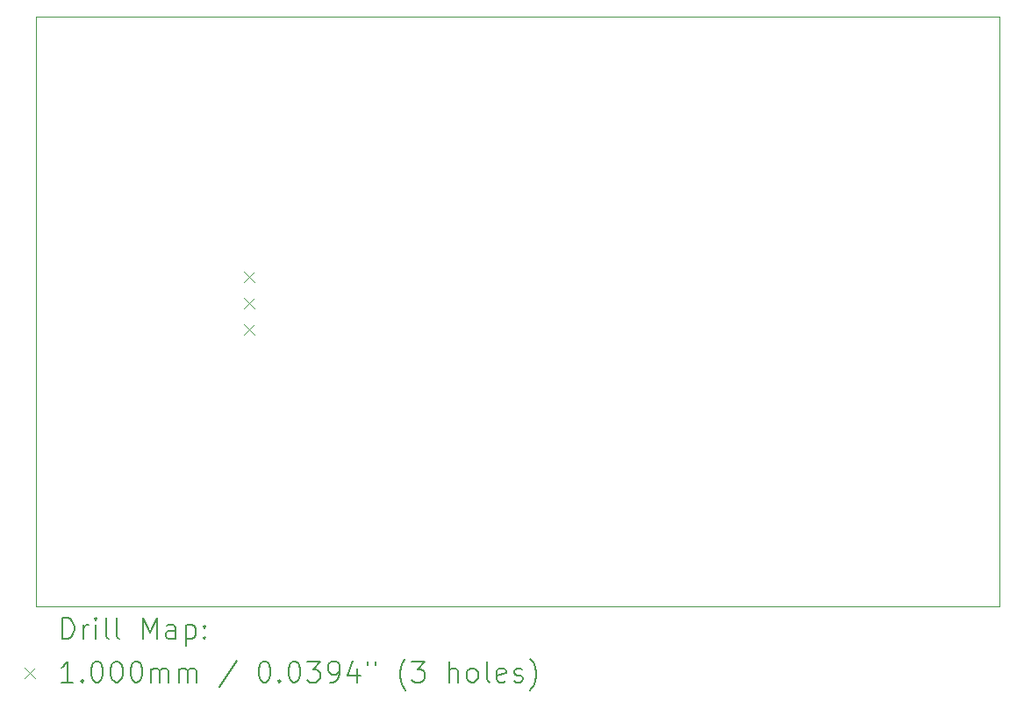
<source format=gbr>
%TF.GenerationSoftware,KiCad,Pcbnew,7.0.5*%
%TF.CreationDate,2024-01-22T10:55:23-05:00*%
%TF.ProjectId,PrawnBlaster_Connectorized_smaller,50726177-6e42-46c6-9173-7465725f436f,rev?*%
%TF.SameCoordinates,Original*%
%TF.FileFunction,Drillmap*%
%TF.FilePolarity,Positive*%
%FSLAX45Y45*%
G04 Gerber Fmt 4.5, Leading zero omitted, Abs format (unit mm)*
G04 Created by KiCad (PCBNEW 7.0.5) date 2024-01-22 10:55:23*
%MOMM*%
%LPD*%
G01*
G04 APERTURE LIST*
%ADD10C,0.100000*%
%ADD11C,0.200000*%
G04 APERTURE END LIST*
D10*
X8177520Y-5778500D02*
X17477520Y-5778500D01*
X17477520Y-11469740D01*
X8177520Y-11469740D01*
X8177520Y-5778500D01*
D11*
D10*
X10188000Y-8238500D02*
X10288000Y-8338500D01*
X10288000Y-8238500D02*
X10188000Y-8338500D01*
X10188000Y-8492500D02*
X10288000Y-8592500D01*
X10288000Y-8492500D02*
X10188000Y-8592500D01*
X10188000Y-8746500D02*
X10288000Y-8846500D01*
X10288000Y-8746500D02*
X10188000Y-8846500D01*
D11*
X8433297Y-11786224D02*
X8433297Y-11586224D01*
X8433297Y-11586224D02*
X8480916Y-11586224D01*
X8480916Y-11586224D02*
X8509487Y-11595748D01*
X8509487Y-11595748D02*
X8528535Y-11614795D01*
X8528535Y-11614795D02*
X8538059Y-11633843D01*
X8538059Y-11633843D02*
X8547583Y-11671938D01*
X8547583Y-11671938D02*
X8547583Y-11700509D01*
X8547583Y-11700509D02*
X8538059Y-11738605D01*
X8538059Y-11738605D02*
X8528535Y-11757652D01*
X8528535Y-11757652D02*
X8509487Y-11776700D01*
X8509487Y-11776700D02*
X8480916Y-11786224D01*
X8480916Y-11786224D02*
X8433297Y-11786224D01*
X8633297Y-11786224D02*
X8633297Y-11652890D01*
X8633297Y-11690986D02*
X8642821Y-11671938D01*
X8642821Y-11671938D02*
X8652344Y-11662414D01*
X8652344Y-11662414D02*
X8671392Y-11652890D01*
X8671392Y-11652890D02*
X8690440Y-11652890D01*
X8757106Y-11786224D02*
X8757106Y-11652890D01*
X8757106Y-11586224D02*
X8747583Y-11595748D01*
X8747583Y-11595748D02*
X8757106Y-11605271D01*
X8757106Y-11605271D02*
X8766630Y-11595748D01*
X8766630Y-11595748D02*
X8757106Y-11586224D01*
X8757106Y-11586224D02*
X8757106Y-11605271D01*
X8880916Y-11786224D02*
X8861868Y-11776700D01*
X8861868Y-11776700D02*
X8852344Y-11757652D01*
X8852344Y-11757652D02*
X8852344Y-11586224D01*
X8985678Y-11786224D02*
X8966630Y-11776700D01*
X8966630Y-11776700D02*
X8957106Y-11757652D01*
X8957106Y-11757652D02*
X8957106Y-11586224D01*
X9214249Y-11786224D02*
X9214249Y-11586224D01*
X9214249Y-11586224D02*
X9280916Y-11729081D01*
X9280916Y-11729081D02*
X9347583Y-11586224D01*
X9347583Y-11586224D02*
X9347583Y-11786224D01*
X9528535Y-11786224D02*
X9528535Y-11681462D01*
X9528535Y-11681462D02*
X9519011Y-11662414D01*
X9519011Y-11662414D02*
X9499964Y-11652890D01*
X9499964Y-11652890D02*
X9461868Y-11652890D01*
X9461868Y-11652890D02*
X9442821Y-11662414D01*
X9528535Y-11776700D02*
X9509487Y-11786224D01*
X9509487Y-11786224D02*
X9461868Y-11786224D01*
X9461868Y-11786224D02*
X9442821Y-11776700D01*
X9442821Y-11776700D02*
X9433297Y-11757652D01*
X9433297Y-11757652D02*
X9433297Y-11738605D01*
X9433297Y-11738605D02*
X9442821Y-11719557D01*
X9442821Y-11719557D02*
X9461868Y-11710033D01*
X9461868Y-11710033D02*
X9509487Y-11710033D01*
X9509487Y-11710033D02*
X9528535Y-11700509D01*
X9623773Y-11652890D02*
X9623773Y-11852890D01*
X9623773Y-11662414D02*
X9642821Y-11652890D01*
X9642821Y-11652890D02*
X9680916Y-11652890D01*
X9680916Y-11652890D02*
X9699964Y-11662414D01*
X9699964Y-11662414D02*
X9709487Y-11671938D01*
X9709487Y-11671938D02*
X9719011Y-11690986D01*
X9719011Y-11690986D02*
X9719011Y-11748128D01*
X9719011Y-11748128D02*
X9709487Y-11767176D01*
X9709487Y-11767176D02*
X9699964Y-11776700D01*
X9699964Y-11776700D02*
X9680916Y-11786224D01*
X9680916Y-11786224D02*
X9642821Y-11786224D01*
X9642821Y-11786224D02*
X9623773Y-11776700D01*
X9804725Y-11767176D02*
X9814249Y-11776700D01*
X9814249Y-11776700D02*
X9804725Y-11786224D01*
X9804725Y-11786224D02*
X9795202Y-11776700D01*
X9795202Y-11776700D02*
X9804725Y-11767176D01*
X9804725Y-11767176D02*
X9804725Y-11786224D01*
X9804725Y-11662414D02*
X9814249Y-11671938D01*
X9814249Y-11671938D02*
X9804725Y-11681462D01*
X9804725Y-11681462D02*
X9795202Y-11671938D01*
X9795202Y-11671938D02*
X9804725Y-11662414D01*
X9804725Y-11662414D02*
X9804725Y-11681462D01*
D10*
X8072520Y-12064740D02*
X8172520Y-12164740D01*
X8172520Y-12064740D02*
X8072520Y-12164740D01*
D11*
X8538059Y-12206224D02*
X8423773Y-12206224D01*
X8480916Y-12206224D02*
X8480916Y-12006224D01*
X8480916Y-12006224D02*
X8461868Y-12034795D01*
X8461868Y-12034795D02*
X8442821Y-12053843D01*
X8442821Y-12053843D02*
X8423773Y-12063367D01*
X8623773Y-12187176D02*
X8633297Y-12196700D01*
X8633297Y-12196700D02*
X8623773Y-12206224D01*
X8623773Y-12206224D02*
X8614249Y-12196700D01*
X8614249Y-12196700D02*
X8623773Y-12187176D01*
X8623773Y-12187176D02*
X8623773Y-12206224D01*
X8757106Y-12006224D02*
X8776154Y-12006224D01*
X8776154Y-12006224D02*
X8795202Y-12015748D01*
X8795202Y-12015748D02*
X8804725Y-12025271D01*
X8804725Y-12025271D02*
X8814249Y-12044319D01*
X8814249Y-12044319D02*
X8823773Y-12082414D01*
X8823773Y-12082414D02*
X8823773Y-12130033D01*
X8823773Y-12130033D02*
X8814249Y-12168128D01*
X8814249Y-12168128D02*
X8804725Y-12187176D01*
X8804725Y-12187176D02*
X8795202Y-12196700D01*
X8795202Y-12196700D02*
X8776154Y-12206224D01*
X8776154Y-12206224D02*
X8757106Y-12206224D01*
X8757106Y-12206224D02*
X8738059Y-12196700D01*
X8738059Y-12196700D02*
X8728535Y-12187176D01*
X8728535Y-12187176D02*
X8719011Y-12168128D01*
X8719011Y-12168128D02*
X8709487Y-12130033D01*
X8709487Y-12130033D02*
X8709487Y-12082414D01*
X8709487Y-12082414D02*
X8719011Y-12044319D01*
X8719011Y-12044319D02*
X8728535Y-12025271D01*
X8728535Y-12025271D02*
X8738059Y-12015748D01*
X8738059Y-12015748D02*
X8757106Y-12006224D01*
X8947583Y-12006224D02*
X8966630Y-12006224D01*
X8966630Y-12006224D02*
X8985678Y-12015748D01*
X8985678Y-12015748D02*
X8995202Y-12025271D01*
X8995202Y-12025271D02*
X9004725Y-12044319D01*
X9004725Y-12044319D02*
X9014249Y-12082414D01*
X9014249Y-12082414D02*
X9014249Y-12130033D01*
X9014249Y-12130033D02*
X9004725Y-12168128D01*
X9004725Y-12168128D02*
X8995202Y-12187176D01*
X8995202Y-12187176D02*
X8985678Y-12196700D01*
X8985678Y-12196700D02*
X8966630Y-12206224D01*
X8966630Y-12206224D02*
X8947583Y-12206224D01*
X8947583Y-12206224D02*
X8928535Y-12196700D01*
X8928535Y-12196700D02*
X8919011Y-12187176D01*
X8919011Y-12187176D02*
X8909487Y-12168128D01*
X8909487Y-12168128D02*
X8899964Y-12130033D01*
X8899964Y-12130033D02*
X8899964Y-12082414D01*
X8899964Y-12082414D02*
X8909487Y-12044319D01*
X8909487Y-12044319D02*
X8919011Y-12025271D01*
X8919011Y-12025271D02*
X8928535Y-12015748D01*
X8928535Y-12015748D02*
X8947583Y-12006224D01*
X9138059Y-12006224D02*
X9157106Y-12006224D01*
X9157106Y-12006224D02*
X9176154Y-12015748D01*
X9176154Y-12015748D02*
X9185678Y-12025271D01*
X9185678Y-12025271D02*
X9195202Y-12044319D01*
X9195202Y-12044319D02*
X9204725Y-12082414D01*
X9204725Y-12082414D02*
X9204725Y-12130033D01*
X9204725Y-12130033D02*
X9195202Y-12168128D01*
X9195202Y-12168128D02*
X9185678Y-12187176D01*
X9185678Y-12187176D02*
X9176154Y-12196700D01*
X9176154Y-12196700D02*
X9157106Y-12206224D01*
X9157106Y-12206224D02*
X9138059Y-12206224D01*
X9138059Y-12206224D02*
X9119011Y-12196700D01*
X9119011Y-12196700D02*
X9109487Y-12187176D01*
X9109487Y-12187176D02*
X9099964Y-12168128D01*
X9099964Y-12168128D02*
X9090440Y-12130033D01*
X9090440Y-12130033D02*
X9090440Y-12082414D01*
X9090440Y-12082414D02*
X9099964Y-12044319D01*
X9099964Y-12044319D02*
X9109487Y-12025271D01*
X9109487Y-12025271D02*
X9119011Y-12015748D01*
X9119011Y-12015748D02*
X9138059Y-12006224D01*
X9290440Y-12206224D02*
X9290440Y-12072890D01*
X9290440Y-12091938D02*
X9299964Y-12082414D01*
X9299964Y-12082414D02*
X9319011Y-12072890D01*
X9319011Y-12072890D02*
X9347583Y-12072890D01*
X9347583Y-12072890D02*
X9366630Y-12082414D01*
X9366630Y-12082414D02*
X9376154Y-12101462D01*
X9376154Y-12101462D02*
X9376154Y-12206224D01*
X9376154Y-12101462D02*
X9385678Y-12082414D01*
X9385678Y-12082414D02*
X9404725Y-12072890D01*
X9404725Y-12072890D02*
X9433297Y-12072890D01*
X9433297Y-12072890D02*
X9452345Y-12082414D01*
X9452345Y-12082414D02*
X9461868Y-12101462D01*
X9461868Y-12101462D02*
X9461868Y-12206224D01*
X9557106Y-12206224D02*
X9557106Y-12072890D01*
X9557106Y-12091938D02*
X9566630Y-12082414D01*
X9566630Y-12082414D02*
X9585678Y-12072890D01*
X9585678Y-12072890D02*
X9614249Y-12072890D01*
X9614249Y-12072890D02*
X9633297Y-12082414D01*
X9633297Y-12082414D02*
X9642821Y-12101462D01*
X9642821Y-12101462D02*
X9642821Y-12206224D01*
X9642821Y-12101462D02*
X9652345Y-12082414D01*
X9652345Y-12082414D02*
X9671392Y-12072890D01*
X9671392Y-12072890D02*
X9699964Y-12072890D01*
X9699964Y-12072890D02*
X9719011Y-12082414D01*
X9719011Y-12082414D02*
X9728535Y-12101462D01*
X9728535Y-12101462D02*
X9728535Y-12206224D01*
X10119011Y-11996700D02*
X9947583Y-12253843D01*
X10376154Y-12006224D02*
X10395202Y-12006224D01*
X10395202Y-12006224D02*
X10414249Y-12015748D01*
X10414249Y-12015748D02*
X10423773Y-12025271D01*
X10423773Y-12025271D02*
X10433297Y-12044319D01*
X10433297Y-12044319D02*
X10442821Y-12082414D01*
X10442821Y-12082414D02*
X10442821Y-12130033D01*
X10442821Y-12130033D02*
X10433297Y-12168128D01*
X10433297Y-12168128D02*
X10423773Y-12187176D01*
X10423773Y-12187176D02*
X10414249Y-12196700D01*
X10414249Y-12196700D02*
X10395202Y-12206224D01*
X10395202Y-12206224D02*
X10376154Y-12206224D01*
X10376154Y-12206224D02*
X10357107Y-12196700D01*
X10357107Y-12196700D02*
X10347583Y-12187176D01*
X10347583Y-12187176D02*
X10338059Y-12168128D01*
X10338059Y-12168128D02*
X10328535Y-12130033D01*
X10328535Y-12130033D02*
X10328535Y-12082414D01*
X10328535Y-12082414D02*
X10338059Y-12044319D01*
X10338059Y-12044319D02*
X10347583Y-12025271D01*
X10347583Y-12025271D02*
X10357107Y-12015748D01*
X10357107Y-12015748D02*
X10376154Y-12006224D01*
X10528535Y-12187176D02*
X10538059Y-12196700D01*
X10538059Y-12196700D02*
X10528535Y-12206224D01*
X10528535Y-12206224D02*
X10519011Y-12196700D01*
X10519011Y-12196700D02*
X10528535Y-12187176D01*
X10528535Y-12187176D02*
X10528535Y-12206224D01*
X10661868Y-12006224D02*
X10680916Y-12006224D01*
X10680916Y-12006224D02*
X10699964Y-12015748D01*
X10699964Y-12015748D02*
X10709488Y-12025271D01*
X10709488Y-12025271D02*
X10719011Y-12044319D01*
X10719011Y-12044319D02*
X10728535Y-12082414D01*
X10728535Y-12082414D02*
X10728535Y-12130033D01*
X10728535Y-12130033D02*
X10719011Y-12168128D01*
X10719011Y-12168128D02*
X10709488Y-12187176D01*
X10709488Y-12187176D02*
X10699964Y-12196700D01*
X10699964Y-12196700D02*
X10680916Y-12206224D01*
X10680916Y-12206224D02*
X10661868Y-12206224D01*
X10661868Y-12206224D02*
X10642821Y-12196700D01*
X10642821Y-12196700D02*
X10633297Y-12187176D01*
X10633297Y-12187176D02*
X10623773Y-12168128D01*
X10623773Y-12168128D02*
X10614249Y-12130033D01*
X10614249Y-12130033D02*
X10614249Y-12082414D01*
X10614249Y-12082414D02*
X10623773Y-12044319D01*
X10623773Y-12044319D02*
X10633297Y-12025271D01*
X10633297Y-12025271D02*
X10642821Y-12015748D01*
X10642821Y-12015748D02*
X10661868Y-12006224D01*
X10795202Y-12006224D02*
X10919011Y-12006224D01*
X10919011Y-12006224D02*
X10852345Y-12082414D01*
X10852345Y-12082414D02*
X10880916Y-12082414D01*
X10880916Y-12082414D02*
X10899964Y-12091938D01*
X10899964Y-12091938D02*
X10909488Y-12101462D01*
X10909488Y-12101462D02*
X10919011Y-12120509D01*
X10919011Y-12120509D02*
X10919011Y-12168128D01*
X10919011Y-12168128D02*
X10909488Y-12187176D01*
X10909488Y-12187176D02*
X10899964Y-12196700D01*
X10899964Y-12196700D02*
X10880916Y-12206224D01*
X10880916Y-12206224D02*
X10823773Y-12206224D01*
X10823773Y-12206224D02*
X10804726Y-12196700D01*
X10804726Y-12196700D02*
X10795202Y-12187176D01*
X11014249Y-12206224D02*
X11052345Y-12206224D01*
X11052345Y-12206224D02*
X11071392Y-12196700D01*
X11071392Y-12196700D02*
X11080916Y-12187176D01*
X11080916Y-12187176D02*
X11099964Y-12158605D01*
X11099964Y-12158605D02*
X11109488Y-12120509D01*
X11109488Y-12120509D02*
X11109488Y-12044319D01*
X11109488Y-12044319D02*
X11099964Y-12025271D01*
X11099964Y-12025271D02*
X11090440Y-12015748D01*
X11090440Y-12015748D02*
X11071392Y-12006224D01*
X11071392Y-12006224D02*
X11033297Y-12006224D01*
X11033297Y-12006224D02*
X11014249Y-12015748D01*
X11014249Y-12015748D02*
X11004726Y-12025271D01*
X11004726Y-12025271D02*
X10995202Y-12044319D01*
X10995202Y-12044319D02*
X10995202Y-12091938D01*
X10995202Y-12091938D02*
X11004726Y-12110986D01*
X11004726Y-12110986D02*
X11014249Y-12120509D01*
X11014249Y-12120509D02*
X11033297Y-12130033D01*
X11033297Y-12130033D02*
X11071392Y-12130033D01*
X11071392Y-12130033D02*
X11090440Y-12120509D01*
X11090440Y-12120509D02*
X11099964Y-12110986D01*
X11099964Y-12110986D02*
X11109488Y-12091938D01*
X11280916Y-12072890D02*
X11280916Y-12206224D01*
X11233297Y-11996700D02*
X11185678Y-12139557D01*
X11185678Y-12139557D02*
X11309487Y-12139557D01*
X11376154Y-12006224D02*
X11376154Y-12044319D01*
X11452345Y-12006224D02*
X11452345Y-12044319D01*
X11747583Y-12282414D02*
X11738059Y-12272890D01*
X11738059Y-12272890D02*
X11719011Y-12244319D01*
X11719011Y-12244319D02*
X11709488Y-12225271D01*
X11709488Y-12225271D02*
X11699964Y-12196700D01*
X11699964Y-12196700D02*
X11690440Y-12149081D01*
X11690440Y-12149081D02*
X11690440Y-12110986D01*
X11690440Y-12110986D02*
X11699964Y-12063367D01*
X11699964Y-12063367D02*
X11709488Y-12034795D01*
X11709488Y-12034795D02*
X11719011Y-12015748D01*
X11719011Y-12015748D02*
X11738059Y-11987176D01*
X11738059Y-11987176D02*
X11747583Y-11977652D01*
X11804726Y-12006224D02*
X11928535Y-12006224D01*
X11928535Y-12006224D02*
X11861868Y-12082414D01*
X11861868Y-12082414D02*
X11890440Y-12082414D01*
X11890440Y-12082414D02*
X11909488Y-12091938D01*
X11909488Y-12091938D02*
X11919011Y-12101462D01*
X11919011Y-12101462D02*
X11928535Y-12120509D01*
X11928535Y-12120509D02*
X11928535Y-12168128D01*
X11928535Y-12168128D02*
X11919011Y-12187176D01*
X11919011Y-12187176D02*
X11909488Y-12196700D01*
X11909488Y-12196700D02*
X11890440Y-12206224D01*
X11890440Y-12206224D02*
X11833297Y-12206224D01*
X11833297Y-12206224D02*
X11814249Y-12196700D01*
X11814249Y-12196700D02*
X11804726Y-12187176D01*
X12166630Y-12206224D02*
X12166630Y-12006224D01*
X12252345Y-12206224D02*
X12252345Y-12101462D01*
X12252345Y-12101462D02*
X12242821Y-12082414D01*
X12242821Y-12082414D02*
X12223773Y-12072890D01*
X12223773Y-12072890D02*
X12195202Y-12072890D01*
X12195202Y-12072890D02*
X12176154Y-12082414D01*
X12176154Y-12082414D02*
X12166630Y-12091938D01*
X12376154Y-12206224D02*
X12357107Y-12196700D01*
X12357107Y-12196700D02*
X12347583Y-12187176D01*
X12347583Y-12187176D02*
X12338059Y-12168128D01*
X12338059Y-12168128D02*
X12338059Y-12110986D01*
X12338059Y-12110986D02*
X12347583Y-12091938D01*
X12347583Y-12091938D02*
X12357107Y-12082414D01*
X12357107Y-12082414D02*
X12376154Y-12072890D01*
X12376154Y-12072890D02*
X12404726Y-12072890D01*
X12404726Y-12072890D02*
X12423773Y-12082414D01*
X12423773Y-12082414D02*
X12433297Y-12091938D01*
X12433297Y-12091938D02*
X12442821Y-12110986D01*
X12442821Y-12110986D02*
X12442821Y-12168128D01*
X12442821Y-12168128D02*
X12433297Y-12187176D01*
X12433297Y-12187176D02*
X12423773Y-12196700D01*
X12423773Y-12196700D02*
X12404726Y-12206224D01*
X12404726Y-12206224D02*
X12376154Y-12206224D01*
X12557107Y-12206224D02*
X12538059Y-12196700D01*
X12538059Y-12196700D02*
X12528535Y-12177652D01*
X12528535Y-12177652D02*
X12528535Y-12006224D01*
X12709488Y-12196700D02*
X12690440Y-12206224D01*
X12690440Y-12206224D02*
X12652345Y-12206224D01*
X12652345Y-12206224D02*
X12633297Y-12196700D01*
X12633297Y-12196700D02*
X12623773Y-12177652D01*
X12623773Y-12177652D02*
X12623773Y-12101462D01*
X12623773Y-12101462D02*
X12633297Y-12082414D01*
X12633297Y-12082414D02*
X12652345Y-12072890D01*
X12652345Y-12072890D02*
X12690440Y-12072890D01*
X12690440Y-12072890D02*
X12709488Y-12082414D01*
X12709488Y-12082414D02*
X12719011Y-12101462D01*
X12719011Y-12101462D02*
X12719011Y-12120509D01*
X12719011Y-12120509D02*
X12623773Y-12139557D01*
X12795202Y-12196700D02*
X12814250Y-12206224D01*
X12814250Y-12206224D02*
X12852345Y-12206224D01*
X12852345Y-12206224D02*
X12871392Y-12196700D01*
X12871392Y-12196700D02*
X12880916Y-12177652D01*
X12880916Y-12177652D02*
X12880916Y-12168128D01*
X12880916Y-12168128D02*
X12871392Y-12149081D01*
X12871392Y-12149081D02*
X12852345Y-12139557D01*
X12852345Y-12139557D02*
X12823773Y-12139557D01*
X12823773Y-12139557D02*
X12804726Y-12130033D01*
X12804726Y-12130033D02*
X12795202Y-12110986D01*
X12795202Y-12110986D02*
X12795202Y-12101462D01*
X12795202Y-12101462D02*
X12804726Y-12082414D01*
X12804726Y-12082414D02*
X12823773Y-12072890D01*
X12823773Y-12072890D02*
X12852345Y-12072890D01*
X12852345Y-12072890D02*
X12871392Y-12082414D01*
X12947583Y-12282414D02*
X12957107Y-12272890D01*
X12957107Y-12272890D02*
X12976154Y-12244319D01*
X12976154Y-12244319D02*
X12985678Y-12225271D01*
X12985678Y-12225271D02*
X12995202Y-12196700D01*
X12995202Y-12196700D02*
X13004726Y-12149081D01*
X13004726Y-12149081D02*
X13004726Y-12110986D01*
X13004726Y-12110986D02*
X12995202Y-12063367D01*
X12995202Y-12063367D02*
X12985678Y-12034795D01*
X12985678Y-12034795D02*
X12976154Y-12015748D01*
X12976154Y-12015748D02*
X12957107Y-11987176D01*
X12957107Y-11987176D02*
X12947583Y-11977652D01*
M02*

</source>
